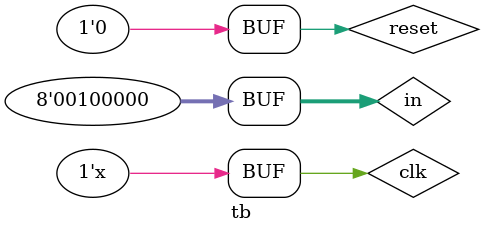
<source format=v>
`timescale 1ns / 1ps


module tb;

	// Inputs
	reg clk;
	reg reset;
	reg [7:0] in;

	// Outputs
	wire result;

	// Instantiate the Unit Under Test (UUT)
	BlockChecker uut (
		.clk(clk), 
		.reset(reset), 
		.in(in), 
		.result(result)
	);

	initial begin
		// Initialize Inputs
		clk = 0;
		reset = 0;
		in = "b";
		#10;
		in = "e";
		#10;
		in = "g";
		#10;
		in = "i";
		#10;
		in = "n";
		#10;
		in = " ";
		#10;
		in = "b";
		#10;
		in = "e";
		#10;
		in = "g";
		#10;
		in = "i";
		#10;
		in = "n";
		#10;
		in = " ";
		#10;
		in = "e";
		#10;
		in = "n";
		#10;
		in = "d";
		#10;
		in = " ";
		#10;
		in = "e";
		#10;
		in = "n";
		#10;
		in = "d";
		#10;
		in = " ";
		#10;

	end
      always #5 clk = ~clk;
endmodule


</source>
